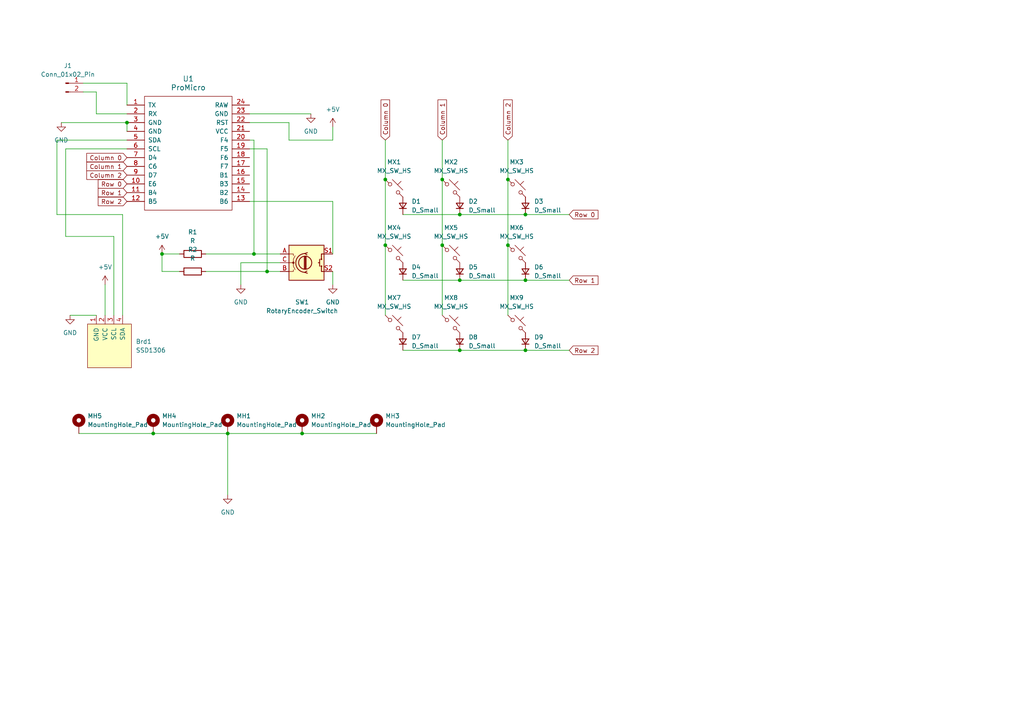
<source format=kicad_sch>
(kicad_sch (version 20230121) (generator eeschema)
  (paper "A4")
  (lib_symbols
    (symbol "Connector:Conn_01x02_Pin" (pin_names (offset 1.016) hide)
      (property "Reference" "J" (at 0 2.54 0))
      (property "Value" "Conn_01x02_Pin" (at 0 -5.08 0))
      (symbol "Conn_01x02_Pin_1_1"
        (polyline (pts (xy 1.27 -2.54) (xy 0.8636 -2.54)) (stroke (width 0.1524)))
        (polyline (pts (xy 1.27 0) (xy 0.8636 0)) (stroke (width 0.1524)))
        (rectangle (start 0.8636 -2.413) (end 0 -2.667) (stroke (width 0.1524)) (fill (type outline)))
        (rectangle (start 0.8636 0.127) (end 0 -0.127) (stroke (width 0.1524)) (fill (type outline)))
        (pin passive line (at 5.08 0 180) (length 3.81) (name "Pin_1") (number "1"))
        (pin passive line (at 5.08 -2.54 180) (length 3.81) (name "Pin_2") (number "2"))
      )
    )
    (symbol "Device:D_Small" (pin_numbers hide) (pin_names (offset 0.254) hide)
      (property "Reference" "D" (at -1.27 2.032 0))
      (property "Value" "D_Small" (at -3.81 -2.032 0))
      (symbol "D_Small_0_1"
        (polyline (pts (xy -0.762 -1.016) (xy -0.762 1.016)) (stroke (width 0.254)))
        (polyline (pts (xy -0.762 0) (xy 0.762 0)))
        (polyline (pts (xy 0.762 -1.016) (xy -0.762 0) (xy 0.762 1.016) (xy 0.762 -1.016)) (stroke (width 0.254)))
      )
      (symbol "D_Small_1_1"
        (pin passive line (at -2.54 0 0) (length 1.778) (name "K") (number "1"))
        (pin passive line (at 2.54 0 180) (length 1.778) (name "A") (number "2"))
      )
    )
    (symbol "Device:R" (pin_numbers hide) (pin_names (offset 0))
      (property "Reference" "R" (at 2.032 0 90))
      (property "Value" "R" (at 0 0 90))
      (symbol "R_0_1"
        (rectangle (start -1.016 -2.54) (end 1.016 2.54) (stroke (width 0.254)))
      )
      (symbol "R_1_1"
        (pin passive line (at 0 3.81 270) (length 1.27) (name "~") (number "1"))
        (pin passive line (at 0 -3.81 90) (length 1.27) (name "~") (number "2"))
      )
    )
    (symbol "Device:RotaryEncoder_Switch" (pin_names (offset 0.254) hide)
      (property "Reference" "SW" (at 0 6.604 0))
      (property "Value" "RotaryEncoder_Switch" (at 0 -6.604 0))
      (symbol "RotaryEncoder_Switch_0_1"
        (rectangle (start -5.08 5.08) (end 5.08 -5.08) (stroke (width 0.254)) (fill (type background)))
        (circle (center -3.81 0) (radius 0.254) (fill (type outline)))
        (circle (center -0.381 0) (radius 1.905) (stroke (width 0.254)))
        (arc (start -0.381 2.667) (mid -3.0988 -0.0635) (end -0.381 -2.794) (stroke (width 0.254)))
        (polyline (pts (xy -0.635 -1.778) (xy -0.635 1.778)) (stroke (width 0.254)))
        (polyline (pts (xy -0.381 -1.778) (xy -0.381 1.778)) (stroke (width 0.254)))
        (polyline (pts (xy -0.127 1.778) (xy -0.127 -1.778)) (stroke (width 0.254)))
        (polyline (pts (xy 3.81 0) (xy 3.429 0)) (stroke (width 0.254)))
        (polyline (pts (xy 3.81 1.016) (xy 3.81 -1.016)) (stroke (width 0.254)))
        (polyline (pts (xy -5.08 -2.54) (xy -3.81 -2.54) (xy -3.81 -2.032)))
        (polyline (pts (xy -5.08 2.54) (xy -3.81 2.54) (xy -3.81 2.032)))
        (polyline (pts (xy 0.254 -3.048) (xy -0.508 -2.794) (xy 0.127 -2.413)) (stroke (width 0.254)))
        (polyline (pts (xy 0.254 2.921) (xy -0.508 2.667) (xy 0.127 2.286)) (stroke (width 0.254)))
        (polyline (pts (xy 5.08 -2.54) (xy 4.318 -2.54) (xy 4.318 -1.016)) (stroke (width 0.254)))
        (polyline (pts (xy 5.08 2.54) (xy 4.318 2.54) (xy 4.318 1.016)) (stroke (width 0.254)))
        (polyline (pts (xy -5.08 0) (xy -3.81 0) (xy -3.81 -1.016) (xy -3.302 -2.032)))
        (polyline (pts (xy -4.318 0) (xy -3.81 0) (xy -3.81 1.016) (xy -3.302 2.032)))
        (circle (center 4.318 -1.016) (radius 0.127) (stroke (width 0.254)))
        (circle (center 4.318 1.016) (radius 0.127) (stroke (width 0.254)))
      )
      (symbol "RotaryEncoder_Switch_1_1"
        (pin passive line (at -7.62 2.54 0) (length 2.54) (name "A") (number "A"))
        (pin passive line (at -7.62 -2.54 0) (length 2.54) (name "B") (number "B"))
        (pin passive line (at -7.62 0 0) (length 2.54) (name "C") (number "C"))
        (pin passive line (at 7.62 2.54 180) (length 2.54) (name "S1") (number "S1"))
        (pin passive line (at 7.62 -2.54 180) (length 2.54) (name "S2") (number "S2"))
      )
    )
    (symbol "Mechanical:MountingHole_Pad" (pin_numbers hide) (pin_names (offset 1.016) hide)
      (property "Reference" "H" (at 0 6.35 0))
      (property "Value" "MountingHole_Pad" (at 0 4.445 0))
      (symbol "MountingHole_Pad_0_1"
        (circle (center 0 1.27) (radius 1.27) (stroke (width 1.27)))
      )
      (symbol "MountingHole_Pad_1_1"
        (pin input line (at 0 -2.54 90) (length 2.54) (name "1") (number "1"))
      )
    )
    (symbol "PCM_marbastlib-mx:MX_SW_HS_CPG151101S11" (pin_numbers hide) (pin_names (offset 1.016) hide)
      (property "Reference" "MX" (at 3.048 1.016 0))
      (property "Value" "MX_SW_HS" (at 0 -3.81 0))
      (symbol "MX_SW_HS_CPG151101S11_0_1"
        (circle (center -1.1684 1.1684) (radius 0.508))
        (polyline (pts (xy -0.508 2.54) (xy 2.54 -0.508)))
        (polyline (pts (xy 1.016 1.016) (xy 2.032 2.032)))
        (polyline (pts (xy -2.54 2.54) (xy -1.524 1.524) (xy -1.524 1.524)))
        (polyline (pts (xy 1.524 -1.524) (xy 2.54 -2.54) (xy 2.54 -2.54) (xy 2.54 -2.54)))
        (circle (center 1.143 -1.1938) (radius 0.508))
        (pin passive line (at -2.54 2.54 0) (length 0) (name "1") (number "1"))
        (pin passive line (at 2.54 -2.54 180) (length 0) (name "2") (number "2"))
      )
    )
    (symbol "SSD1306-128x64_OLED:SSD1306" (pin_names (offset 1.016))
      (property "Reference" "Brd" (at 0 -3.81 0))
      (property "Value" "SSD1306" (at 0 -1.27 0))
      (symbol "SSD1306_0_1"
        (rectangle (start -6.35 6.35) (end 6.35 -6.35) (fill (type background)))
      )
      (symbol "SSD1306_1_1"
        (pin input line (at -3.81 8.89 270) (length 2.54) (name "GND") (number "1"))
        (pin input line (at -1.27 8.89 270) (length 2.54) (name "VCC") (number "2"))
        (pin input line (at 1.27 8.89 270) (length 2.54) (name "SCL") (number "3"))
        (pin input line (at 3.81 8.89 270) (length 2.54) (name "SDA") (number "4"))
      )
    )
    (symbol "power:+5V" (power) (pin_names (offset 0))
      (property "Value" "+5V" (at 0 3.556 0))
      (symbol "+5V_0_1"
        (polyline (pts (xy -0.762 1.27) (xy 0 2.54)))
        (polyline (pts (xy 0 0) (xy 0 2.54)))
        (polyline (pts (xy 0 2.54) (xy 0.762 1.27)))
      )
      (symbol "+5V_1_1"
        (pin power_in line (at 0 0 90) (length 0) hide (name "+5V") (number "1"))
      )
    )
    (symbol "power:GND" (power) (pin_names (offset 0))
      (property "Value" "GND" (at 0 -3.81 0))
      (symbol "GND_0_1"
        (polyline (pts (xy 0 0) (xy 0 -1.27) (xy 1.27 -1.27) (xy 0 -2.54) (xy -1.27 -1.27) (xy 0 -1.27)))
      )
      (symbol "GND_1_1"
        (pin power_in line (at 0 0 270) (length 0) hide (name "GND") (number "1"))
      )
    )
    (symbol "promicro:ProMicro" (pin_names (offset 1.016))
      (property "Reference" "U" (at 0 24.13 0))
      (property "Value" "ProMicro" (at 0 -13.97 0))
      (symbol "ProMicro_0_1"
        (rectangle (start -12.7 21.59) (end 12.7 -11.43))
      )
      (symbol "ProMicro_1_1"
        (pin bidirectional line (at -17.78 19.05 0) (length 5.08) (name "TX") (number "1"))
        (pin bidirectional line (at -17.78 -3.81 0) (length 5.08) (name "E6") (number "10"))
        (pin bidirectional line (at -17.78 -6.35 0) (length 5.08) (name "B4") (number "11"))
        (pin bidirectional line (at -17.78 -8.89 0) (length 5.08) (name "B5") (number "12"))
        (pin bidirectional line (at 17.78 -8.89 180) (length 5.08) (name "B6") (number "13"))
        (pin bidirectional line (at 17.78 -6.35 180) (length 5.08) (name "B2") (number "14"))
        (pin bidirectional line (at 17.78 -3.81 180) (length 5.08) (name "B3") (number "15"))
        (pin bidirectional line (at 17.78 -1.27 180) (length 5.08) (name "B1") (number "16"))
        (pin bidirectional line (at 17.78 1.27 180) (length 5.08) (name "F7") (number "17"))
        (pin bidirectional line (at 17.78 3.81 180) (length 5.08) (name "F6") (number "18"))
        (pin bidirectional line (at 17.78 6.35 180) (length 5.08) (name "F5") (number "19"))
        (pin bidirectional line (at -17.78 16.51 0) (length 5.08) (name "RX") (number "2"))
        (pin bidirectional line (at 17.78 8.89 180) (length 5.08) (name "F4") (number "20"))
        (pin power_in line (at 17.78 11.43 180) (length 5.08) (name "VCC") (number "21"))
        (pin input line (at 17.78 13.97 180) (length 5.08) (name "RST") (number "22"))
        (pin power_in line (at 17.78 16.51 180) (length 5.08) (name "GND") (number "23"))
        (pin power_out line (at 17.78 19.05 180) (length 5.08) (name "RAW") (number "24"))
        (pin power_in line (at -17.78 13.97 0) (length 5.08) (name "GND") (number "3"))
        (pin power_in line (at -17.78 11.43 0) (length 5.08) (name "GND") (number "4"))
        (pin bidirectional line (at -17.78 8.89 0) (length 5.08) (name "SDA") (number "5"))
        (pin bidirectional line (at -17.78 6.35 0) (length 5.08) (name "SCL") (number "6"))
        (pin bidirectional line (at -17.78 3.81 0) (length 5.08) (name "D4") (number "7"))
        (pin bidirectional line (at -17.78 1.27 0) (length 5.08) (name "C6") (number "8"))
        (pin bidirectional line (at -17.78 -1.27 0) (length 5.08) (name "D7") (number "9"))
      )
    )
  )
  (junction (at 147.32 71.12))
  (junction (at 111.76 71.12))
  (junction (at 87.63 125.73))
  (junction (at 152.4 62.23))
  (junction (at 66.04 125.73))
  (junction (at 152.4 101.6))
  (junction (at 46.99 73.66))
  (junction (at 133.35 62.23))
  (junction (at 36.83 35.56))
  (junction (at 77.47 78.74))
  (junction (at 128.27 71.12))
  (junction (at 152.4 81.28))
  (junction (at 147.32 52.07))
  (junction (at 133.35 81.28))
  (junction (at 133.35 101.6))
  (junction (at 128.27 52.07))
  (junction (at 44.45 125.73))
  (junction (at 111.76 52.07))
  (junction (at 73.66 73.66))
  (wire (pts (xy 52.07 78.74) (xy 46.99 78.74)))
  (wire (pts (xy 59.69 73.66) (xy 73.66 73.66)))
  (wire (pts (xy 111.76 71.12) (xy 111.76 91.44)))
  (wire (pts (xy 33.02 91.44) (xy 33.02 68.58)))
  (wire (pts (xy 133.35 62.23) (xy 152.4 62.23)))
  (wire (pts (xy 24.13 26.67) (xy 27.94 26.67)))
  (wire (pts (xy 59.69 78.74) (xy 77.47 78.74)))
  (wire (pts (xy 96.52 58.42) (xy 72.39 58.42)))
  (wire (pts (xy 116.84 101.6) (xy 133.35 101.6)))
  (wire (pts (xy 73.66 73.66) (xy 81.28 73.66)))
  (wire (pts (xy 36.83 35.56) (xy 36.83 38.1)))
  (wire (pts (xy 33.02 68.58) (xy 19.05 68.58)))
  (wire (pts (xy 16.51 62.23) (xy 16.51 40.64)))
  (wire (pts (xy 152.4 62.23) (xy 165.1 62.23)))
  (wire (pts (xy 133.35 81.28) (xy 152.4 81.28)))
  (wire (pts (xy 133.35 101.6) (xy 152.4 101.6)))
  (wire (pts (xy 152.4 81.28) (xy 165.1 81.28)))
  (wire (pts (xy 27.94 33.02) (xy 36.83 33.02)))
  (wire (pts (xy 72.39 35.56) (xy 83.82 35.56)))
  (wire (pts (xy 27.94 26.67) (xy 27.94 33.02)))
  (wire (pts (xy 46.99 73.66) (xy 52.07 73.66)))
  (wire (pts (xy 73.66 40.64) (xy 73.66 73.66)))
  (wire (pts (xy 111.76 40.64) (xy 111.76 52.07)))
  (wire (pts (xy 35.56 62.23) (xy 16.51 62.23)))
  (wire (pts (xy 147.32 40.64) (xy 147.32 52.07)))
  (wire (pts (xy 20.32 91.44) (xy 27.94 91.44)))
  (wire (pts (xy 44.45 125.73) (xy 66.04 125.73)))
  (wire (pts (xy 36.83 24.13) (xy 36.83 30.48)))
  (wire (pts (xy 72.39 40.64) (xy 73.66 40.64)))
  (wire (pts (xy 128.27 52.07) (xy 128.27 71.12)))
  (wire (pts (xy 72.39 33.02) (xy 90.17 33.02)))
  (wire (pts (xy 83.82 40.64) (xy 96.52 40.64)))
  (wire (pts (xy 83.82 35.56) (xy 83.82 40.64)))
  (wire (pts (xy 69.85 82.55) (xy 69.85 76.2)))
  (wire (pts (xy 19.05 68.58) (xy 19.05 43.18)))
  (wire (pts (xy 147.32 71.12) (xy 147.32 91.44)))
  (wire (pts (xy 116.84 62.23) (xy 133.35 62.23)))
  (wire (pts (xy 128.27 40.64) (xy 128.27 52.07)))
  (wire (pts (xy 19.05 43.18) (xy 36.83 43.18)))
  (wire (pts (xy 96.52 78.74) (xy 96.52 82.55)))
  (wire (pts (xy 152.4 101.6) (xy 165.1 101.6)))
  (wire (pts (xy 72.39 43.18) (xy 77.47 43.18)))
  (wire (pts (xy 30.48 82.55) (xy 30.48 91.44)))
  (wire (pts (xy 17.78 35.56) (xy 36.83 35.56)))
  (wire (pts (xy 77.47 43.18) (xy 77.47 78.74)))
  (wire (pts (xy 46.99 78.74) (xy 46.99 73.66)))
  (wire (pts (xy 66.04 125.73) (xy 87.63 125.73)))
  (wire (pts (xy 116.84 81.28) (xy 133.35 81.28)))
  (wire (pts (xy 96.52 40.64) (xy 96.52 36.83)))
  (wire (pts (xy 111.76 52.07) (xy 111.76 71.12)))
  (wire (pts (xy 128.27 71.12) (xy 128.27 91.44)))
  (wire (pts (xy 96.52 73.66) (xy 96.52 58.42)))
  (wire (pts (xy 16.51 40.64) (xy 36.83 40.64)))
  (wire (pts (xy 24.13 24.13) (xy 36.83 24.13)))
  (wire (pts (xy 87.63 125.73) (xy 109.22 125.73)))
  (wire (pts (xy 22.86 125.73) (xy 44.45 125.73)))
  (wire (pts (xy 147.32 52.07) (xy 147.32 71.12)))
  (wire (pts (xy 66.04 125.73) (xy 66.04 143.51)))
  (wire (pts (xy 69.85 76.2) (xy 81.28 76.2)))
  (wire (pts (xy 77.47 78.74) (xy 81.28 78.74)))
  (wire (pts (xy 35.56 91.44) (xy 35.56 62.23)))
  (global_label "Row 2" (shape input) (at 36.83 58.42 180) (property "Intersheetrefs" "${INTERSHEET_REFS}" (effects hide)))
  (global_label "Column 0" (shape input) (at 36.83 45.72 180) (property "Intersheetrefs" "${INTERSHEET_REFS}" (effects hide)))
  (global_label "Row 0" (shape input) (at 36.83 53.34 180) (property "Intersheetrefs" "${INTERSHEET_REFS}" (effects hide)))
  (global_label "Column 2" (shape input) (at 36.83 50.8 180) (property "Intersheetrefs" "${INTERSHEET_REFS}" (effects hide)))
  (global_label "Column 1" (shape input) (at 36.83 48.26 180) (property "Intersheetrefs" "${INTERSHEET_REFS}" (effects hide)))
  (global_label "Row 0" (shape input) (at 165.1 62.23 0) (property "Intersheetrefs" "${INTERSHEET_REFS}" (effects hide)))
  (global_label "Column 1" (shape input) (at 128.27 40.64 90) (property "Intersheetrefs" "${INTERSHEET_REFS}" (effects hide)))
  (global_label "Row 1" (shape input) (at 165.1 81.28 0) (property "Intersheetrefs" "${INTERSHEET_REFS}" (effects hide)))
  (global_label "Column 2" (shape input) (at 147.32 40.64 90) (property "Intersheetrefs" "${INTERSHEET_REFS}" (effects hide)))
  (global_label "Row 1" (shape input) (at 36.83 55.88 180) (property "Intersheetrefs" "${INTERSHEET_REFS}" (effects hide)))
  (global_label "Row 2" (shape input) (at 165.1 101.6 0) (property "Intersheetrefs" "${INTERSHEET_REFS}" (effects hide)))
  (global_label "Column 0" (shape input) (at 111.76 40.64 90) (property "Intersheetrefs" "${INTERSHEET_REFS}" (effects hide)))
  (symbol (lib_id "power:+5V") (at 96.52 36.83 0) (unit 1)
    (property "Reference" "#PWR05" (effects hide))
    (property "Value" "+5V" (at 96.52 31.75 0))
  )
  (symbol (lib_id "PCM_marbastlib-mx:MX_SW_HS_CPG151101S11") (at 149.86 73.66 0) (unit 1)
    (property "Reference" "MX6" (at 149.86 66.04 0))
    (property "Value" "MX_SW_HS" (at 149.86 68.58 0))
    (property "Footprint" "PCM_marbastlib-mx:SW_MX_HS_CPG151101S11_1u" (effects hide))
  )
  (symbol (lib_id "Device:RotaryEncoder_Switch") (at 88.9 76.2 0) (unit 1)
    (property "Reference" "SW1" (at 87.63 87.63 0))
    (property "Value" "RotaryEncoder_Switch" (at 87.63 90.17 0))
    (property "Footprint" "Keebio-Parts:RotaryEncoder_Alps_EC11E-Switch_Vertical_H20mm" (effects hide))
  )
  (symbol (lib_id "Mechanical:MountingHole_Pad") (at 109.22 123.19 0) (unit 1)
    (property "Reference" "MH3" (at 111.76 120.65 0) (effects (justify left)))
    (property "Value" "MountingHole_Pad" (at 111.76 123.19 0) (effects (justify left)))
    (property "Footprint" "MountingHole:MountingHole_2.2mm_M2_DIN965_Pad" (effects hide))
  )
  (symbol (lib_id "power:GND") (at 69.85 82.55 0) (unit 1)
    (property "Reference" "#PWR04" (effects hide))
    (property "Value" "GND" (at 69.85 87.63 0))
  )
  (symbol (lib_id "Device:D_Small") (at 152.4 59.69 90) (unit 1)
    (property "Reference" "D3" (at 154.94 58.42 90) (effects (justify right)))
    (property "Value" "D_Small" (at 154.94 60.96 90) (effects (justify right)))
    (property "Footprint" "Diode_SMD:D_SOD-123" (effects hide))
    (property "Sim.Device" "D" (effects hide))
    (property "Sim.Pins" "1=K 2=A" (effects hide))
  )
  (symbol (lib_id "SSD1306-128x64_OLED:SSD1306") (at 31.75 100.33 0) (unit 1)
    (property "Reference" "Brd1" (at 39.37 99.06 0) (effects (justify left)))
    (property "Value" "SSD1306" (at 39.37 101.6 0) (effects (justify left)))
    (property "Footprint" "SSD1306:128x64OLED" (effects hide))
  )
  (symbol (lib_id "Device:D_Small") (at 133.35 59.69 90) (unit 1)
    (property "Reference" "D2" (at 135.89 58.42 90) (effects (justify right)))
    (property "Value" "D_Small" (at 135.89 60.96 90) (effects (justify right)))
    (property "Footprint" "Diode_SMD:D_SOD-123" (effects hide))
    (property "Sim.Device" "D" (effects hide))
    (property "Sim.Pins" "1=K 2=A" (effects hide))
  )
  (symbol (lib_id "Device:D_Small") (at 133.35 78.74 90) (unit 1)
    (property "Reference" "D5" (at 135.89 77.47 90) (effects (justify right)))
    (property "Value" "D_Small" (at 135.89 80.01 90) (effects (justify right)))
    (property "Footprint" "Diode_SMD:D_SOD-123" (effects hide))
    (property "Sim.Device" "D" (effects hide))
    (property "Sim.Pins" "1=K 2=A" (effects hide))
  )
  (symbol (lib_id "PCM_marbastlib-mx:MX_SW_HS_CPG151101S11") (at 130.81 93.98 0) (unit 1)
    (property "Reference" "MX8" (at 130.81 86.36 0))
    (property "Value" "MX_SW_HS" (at 130.81 88.9 0))
    (property "Footprint" "PCM_marbastlib-mx:SW_MX_HS_CPG151101S11_1u" (effects hide))
  )
  (symbol (lib_id "Device:R") (at 55.88 78.74 90) (unit 1)
    (property "Reference" "R2" (at 55.88 72.39 90))
    (property "Value" "R" (at 55.88 74.93 90))
    (property "Footprint" "Resistor_THT:R_Axial_DIN0204_L3.6mm_D1.6mm_P5.08mm_Horizontal" (effects hide))
  )
  (symbol (lib_id "power:+5V") (at 46.99 73.66 0) (unit 1)
    (property "Reference" "#PWR08" (effects hide))
    (property "Value" "+5V" (at 46.99 68.58 0))
  )
  (symbol (lib_id "PCM_marbastlib-mx:MX_SW_HS_CPG151101S11") (at 130.81 73.66 0) (unit 1)
    (property "Reference" "MX5" (at 130.81 66.04 0))
    (property "Value" "MX_SW_HS" (at 130.81 68.58 0))
    (property "Footprint" "PCM_marbastlib-mx:SW_MX_HS_CPG151101S11_1u" (effects hide))
  )
  (symbol (lib_id "power:GND") (at 17.78 35.56 0) (unit 1)
    (property "Reference" "#PWR02" (effects hide))
    (property "Value" "GND" (at 17.78 40.64 0))
  )
  (symbol (lib_id "PCM_marbastlib-mx:MX_SW_HS_CPG151101S11") (at 149.86 93.98 0) (unit 1)
    (property "Reference" "MX9" (at 149.86 86.36 0))
    (property "Value" "MX_SW_HS" (at 149.86 88.9 0))
    (property "Footprint" "PCM_marbastlib-mx:SW_MX_HS_CPG151101S11_1u" (effects hide))
  )
  (symbol (lib_id "PCM_marbastlib-mx:MX_SW_HS_CPG151101S11") (at 114.3 93.98 0) (unit 1)
    (property "Reference" "MX7" (at 114.3 86.36 0))
    (property "Value" "MX_SW_HS" (at 114.3 88.9 0))
    (property "Footprint" "PCM_marbastlib-mx:SW_MX_HS_CPG151101S11_1u" (effects hide))
  )
  (symbol (lib_id "Mechanical:MountingHole_Pad") (at 44.45 123.19 0) (unit 1)
    (property "Reference" "MH4" (at 46.99 120.65 0) (effects (justify left)))
    (property "Value" "MountingHole_Pad" (at 46.99 123.19 0) (effects (justify left)))
    (property "Footprint" "MountingHole:MountingHole_2.2mm_M2_DIN965_Pad" (effects hide))
  )
  (symbol (lib_id "PCM_marbastlib-mx:MX_SW_HS_CPG151101S11") (at 114.3 54.61 0) (unit 1)
    (property "Reference" "MX1" (at 114.3 46.99 0))
    (property "Value" "MX_SW_HS" (at 114.3 49.53 0))
    (property "Footprint" "PCM_marbastlib-mx:SW_MX_HS_CPG151101S11_1u" (effects hide))
  )
  (symbol (lib_id "Device:D_Small") (at 116.84 99.06 90) (unit 1)
    (property "Reference" "D7" (at 119.38 97.79 90) (effects (justify right)))
    (property "Value" "D_Small" (at 119.38 100.33 90) (effects (justify right)))
    (property "Footprint" "Diode_SMD:D_SOD-123" (effects hide))
    (property "Sim.Device" "D" (effects hide))
    (property "Sim.Pins" "1=K 2=A" (effects hide))
  )
  (symbol (lib_id "PCM_marbastlib-mx:MX_SW_HS_CPG151101S11") (at 114.3 73.66 0) (unit 1)
    (property "Reference" "MX4" (at 114.3 66.04 0))
    (property "Value" "MX_SW_HS" (at 114.3 68.58 0))
    (property "Footprint" "PCM_marbastlib-mx:SW_MX_HS_CPG151101S11_1u" (effects hide))
  )
  (symbol (lib_id "Mechanical:MountingHole_Pad") (at 22.86 123.19 0) (unit 1)
    (property "Reference" "MH5" (at 25.4 120.65 0) (effects (justify left)))
    (property "Value" "MountingHole_Pad" (at 25.4 123.19 0) (effects (justify left)))
    (property "Footprint" "MountingHole:MountingHole_2.2mm_M2_DIN965_Pad" (effects hide))
  )
  (symbol (lib_id "power:GND") (at 96.52 82.55 0) (unit 1)
    (property "Reference" "#PWR03" (effects hide))
    (property "Value" "GND" (at 96.52 87.63 0))
  )
  (symbol (lib_id "Device:D_Small") (at 116.84 78.74 90) (unit 1)
    (property "Reference" "D4" (at 119.38 77.47 90) (effects (justify right)))
    (property "Value" "D_Small" (at 119.38 80.01 90) (effects (justify right)))
    (property "Footprint" "Diode_SMD:D_SOD-123" (effects hide))
    (property "Sim.Device" "D" (effects hide))
    (property "Sim.Pins" "1=K 2=A" (effects hide))
  )
  (symbol (lib_id "PCM_marbastlib-mx:MX_SW_HS_CPG151101S11") (at 130.81 54.61 0) (unit 1)
    (property "Reference" "MX2" (at 130.81 46.99 0))
    (property "Value" "MX_SW_HS" (at 130.81 49.53 0))
    (property "Footprint" "PCM_marbastlib-mx:SW_MX_HS_CPG151101S11_1u" (effects hide))
  )
  (symbol (lib_id "Device:D_Small") (at 152.4 78.74 90) (unit 1)
    (property "Reference" "D6" (at 154.94 77.47 90) (effects (justify right)))
    (property "Value" "D_Small" (at 154.94 80.01 90) (effects (justify right)))
    (property "Footprint" "Diode_SMD:D_SOD-123" (effects hide))
    (property "Sim.Device" "D" (effects hide))
    (property "Sim.Pins" "1=K 2=A" (effects hide))
  )
  (symbol (lib_id "Device:D_Small") (at 116.84 59.69 90) (unit 1)
    (property "Reference" "D1" (at 119.38 58.42 90) (effects (justify right)))
    (property "Value" "D_Small" (at 119.38 60.96 90) (effects (justify right)))
    (property "Footprint" "Diode_SMD:D_SOD-123" (effects hide))
    (property "Sim.Device" "D" (effects hide))
    (property "Sim.Pins" "1=K 2=A" (effects hide))
  )
  (symbol (lib_id "Mechanical:MountingHole_Pad") (at 87.63 123.19 0) (unit 1)
    (property "Reference" "MH2" (at 90.17 120.65 0) (effects (justify left)))
    (property "Value" "MountingHole_Pad" (at 90.17 123.19 0) (effects (justify left)))
    (property "Footprint" "MountingHole:MountingHole_2.2mm_M2_DIN965_Pad" (effects hide))
  )
  (symbol (lib_id "Device:D_Small") (at 152.4 99.06 90) (unit 1)
    (property "Reference" "D9" (at 154.94 97.79 90) (effects (justify right)))
    (property "Value" "D_Small" (at 154.94 100.33 90) (effects (justify right)))
    (property "Footprint" "Diode_SMD:D_SOD-123" (effects hide))
    (property "Sim.Device" "D" (effects hide))
    (property "Sim.Pins" "1=K 2=A" (effects hide))
  )
  (symbol (lib_id "PCM_marbastlib-mx:MX_SW_HS_CPG151101S11") (at 149.86 54.61 0) (unit 1)
    (property "Reference" "MX3" (at 149.86 46.99 0))
    (property "Value" "MX_SW_HS" (at 149.86 49.53 0))
    (property "Footprint" "PCM_marbastlib-mx:SW_MX_HS_CPG151101S11_1u" (effects hide))
  )
  (symbol (lib_id "power:GND") (at 20.32 91.44 0) (unit 1)
    (property "Reference" "#PWR07" (effects hide))
    (property "Value" "GND" (at 20.32 96.52 0))
  )
  (symbol (lib_id "Connector:Conn_01x02_Pin") (at 19.05 24.13 0) (unit 1)
    (property "Reference" "J1" (at 19.685 19.05 0))
    (property "Value" "Conn_01x02_Pin" (at 19.685 21.59 0))
    (property "Footprint" "Connector_JST:JST_GH_SM02B-GHS-TB_1x02-1MP_P1.25mm_Horizontal" (effects hide))
  )
  (symbol (lib_id "Mechanical:MountingHole_Pad") (at 66.04 123.19 0) (unit 1)
    (property "Reference" "MH1" (at 68.58 120.65 0) (effects (justify left)))
    (property "Value" "MountingHole_Pad" (at 68.58 123.19 0) (effects (justify left)))
    (property "Footprint" "MountingHole:MountingHole_2.2mm_M2_DIN965_Pad" (effects hide))
  )
  (symbol (lib_id "promicro:ProMicro") (at 54.61 49.53 0) (unit 1)
    (property "Reference" "U1" (at 54.61 22.86 0) (effects (font (size 1.524 1.524))))
    (property "Value" "ProMicro" (at 54.61 25.4 0) (effects (font (size 1.524 1.524))))
    (property "Footprint" "Keebio-Parts:ArduinoProMicro" (effects hide))
  )
  (symbol (lib_id "power:GND") (at 66.04 143.51 0) (unit 1)
    (property "Reference" "#PWR09" (effects hide))
    (property "Value" "GND" (at 66.04 148.59 0))
  )
  (symbol (lib_id "power:+5V") (at 30.48 82.55 0) (unit 1)
    (property "Reference" "#PWR06" (effects hide))
    (property "Value" "+5V" (at 30.48 77.47 0))
  )
  (symbol (lib_id "Device:R") (at 55.88 73.66 90) (unit 1)
    (property "Reference" "R1" (at 55.88 67.31 90))
    (property "Value" "R" (at 55.88 69.85 90))
    (property "Footprint" "Resistor_THT:R_Axial_DIN0204_L3.6mm_D1.6mm_P5.08mm_Horizontal" (effects hide))
  )
  (symbol (lib_id "power:GND") (at 90.17 33.02 0) (unit 1)
    (property "Reference" "#PWR01" (effects hide))
    (property "Value" "GND" (at 90.17 38.1 0))
  )
  (symbol (lib_id "Device:D_Small") (at 133.35 99.06 90) (unit 1)
    (property "Reference" "D8" (at 135.89 97.79 90) (effects (justify right)))
    (property "Value" "D_Small" (at 135.89 100.33 90) (effects (justify right)))
    (property "Footprint" "Diode_SMD:D_SOD-123" (effects hide))
    (property "Sim.Device" "D" (effects hide))
    (property "Sim.Pins" "1=K 2=A" (effects hide))
  )
)
</source>
